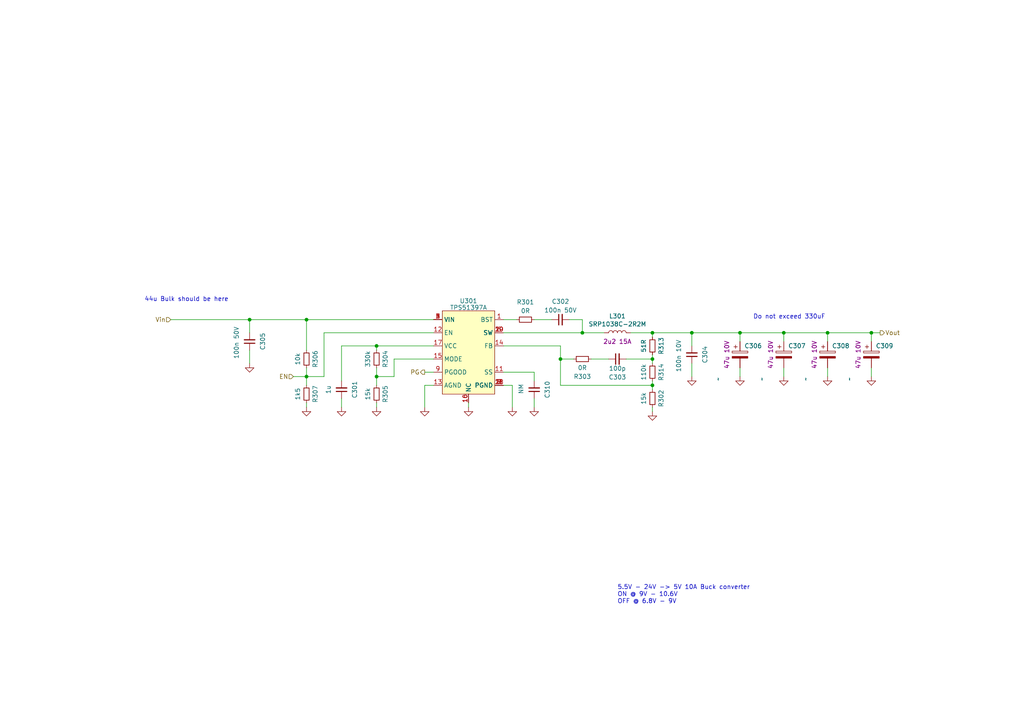
<source format=kicad_sch>
(kicad_sch (version 20230121) (generator eeschema)
  (paper "A4")
  (lib_symbols
    (symbol "Device:C_Polarized" (pin_numbers hide) (pin_names (offset 0.254))
      (property "Reference" "C" (at 0.635 2.54 0))
      (property "Value" "C_Polarized" (at 0.635 -2.54 0))
      (symbol "C_Polarized_0_1"
        (rectangle (start -2.286 0.508) (end 2.286 1.016))
        (polyline (pts (xy -1.778 2.286) (xy -0.762 2.286)))
        (polyline (pts (xy -1.27 2.794) (xy -1.27 1.778)))
        (rectangle (start 2.286 -0.508) (end -2.286 -1.016) (fill (type outline)))
      )
      (symbol "C_Polarized_1_1"
        (pin passive line (at 0 3.81 270) (length 2.794) (name "~") (number "1"))
        (pin passive line (at 0 -3.81 90) (length 2.794) (name "~") (number "2"))
      )
    )
    (symbol "Device:C_Small" (pin_numbers hide) (pin_names (offset 0.254) hide)
      (property "Reference" "C" (at 0.254 1.778 0))
      (property "Value" "C_Small" (at 0.254 -2.032 0))
      (symbol "C_Small_0_1"
        (polyline (pts (xy -1.524 -0.508) (xy 1.524 -0.508)) (stroke (width 0.3302)))
        (polyline (pts (xy -1.524 0.508) (xy 1.524 0.508)) (stroke (width 0.3048)))
      )
      (symbol "C_Small_1_1"
        (pin passive line (at 0 2.54 270) (length 2.032) (name "~") (number "1"))
        (pin passive line (at 0 -2.54 90) (length 2.032) (name "~") (number "2"))
      )
    )
    (symbol "Device:L" (pin_numbers hide) (pin_names (offset 1.016) hide)
      (property "Reference" "L" (at -1.27 0 90))
      (property "Value" "L" (at 1.905 0 90))
      (symbol "L_0_1"
        (arc (start 0 -2.54) (mid 0.6323 -1.905) (end 0 -1.27))
        (arc (start 0 -1.27) (mid 0.6323 -0.635) (end 0 0))
        (arc (start 0 0) (mid 0.6323 0.635) (end 0 1.27))
        (arc (start 0 1.27) (mid 0.6323 1.905) (end 0 2.54))
      )
      (symbol "L_1_1"
        (pin passive line (at 0 3.81 270) (length 1.27) (name "1") (number "1"))
        (pin passive line (at 0 -3.81 90) (length 1.27) (name "2") (number "2"))
      )
    )
    (symbol "Device:R_Small" (pin_numbers hide) (pin_names (offset 0.254) hide)
      (property "Reference" "R" (at 0.762 0.508 0))
      (property "Value" "R_Small" (at 0.762 -1.016 0))
      (symbol "R_Small_0_1"
        (rectangle (start -0.762 1.778) (end 0.762 -1.778) (stroke (width 0.2032)))
      )
      (symbol "R_Small_1_1"
        (pin passive line (at 0 2.54 270) (length 0.762) (name "~") (number "1"))
        (pin passive line (at 0 -2.54 90) (length 0.762) (name "~") (number "2"))
      )
    )
    (symbol "open-psu:TPS51397A"
      (property "Reference" "U301" (at 0 2.8829 0))
      (property "Value" "TPS51397A" (at 0 0.9619 0))
      (symbol "TPS51397A_1_1"
        (rectangle (start -7.62 0) (end 7.62 -24.13) (fill (type background)))
        (pin output line (at 10.16 -2.54 180) (length 2.54) (name "BST") (number "1"))
        (pin passive line (at 0 -26.67 90) (length 2.54) (name "NC") (number "10"))
        (pin output line (at 10.16 -17.78 180) (length 2.54) (name "SS") (number "11"))
        (pin input line (at -10.16 -6.35 0) (length 2.54) (name "EN") (number "12"))
        (pin power_in line (at -10.16 -21.59 0) (length 2.54) (name "AGND") (number "13"))
        (pin input line (at 10.16 -10.16 180) (length 2.54) (name "FB") (number "14"))
        (pin input line (at -10.16 -13.97 0) (length 2.54) (name "MODE") (number "15"))
        (pin passive line (at 0 -26.67 90) (length 2.54) (name "NC") (number "16"))
        (pin power_out line (at -10.16 -10.16 0) (length 2.54) (name "VCC") (number "17"))
        (pin power_in line (at 10.16 -21.59 180) (length 2.54) (name "PGND") (number "18"))
        (pin power_out line (at 10.16 -6.35 180) (length 2.54) (name "SW") (number "19"))
        (pin power_in line (at -10.16 -2.54 0) (length 2.54) (name "VIN") (number "2"))
        (pin power_out line (at 10.16 -6.35 180) (length 2.54) (name "SW") (number "20"))
        (pin power_in line (at 10.16 -21.59 180) (length 2.54) (name "PGND") (number "21"))
        (pin power_in line (at -10.16 -2.54 0) (length 2.54) (name "VIN") (number "3"))
        (pin power_in line (at -10.16 -2.54 0) (length 2.54) (name "VIN") (number "4"))
        (pin power_in line (at -10.16 -2.54 0) (length 2.54) (name "VIN") (number "5"))
        (pin power_out line (at 10.16 -6.35 180) (length 2.54) (name "SW") (number "6"))
        (pin power_in line (at 10.16 -21.59 180) (length 2.54) (name "PGND") (number "7"))
        (pin power_in line (at 10.16 -21.59 180) (length 2.54) (name "PGND") (number "8"))
        (pin output line (at -10.16 -17.78 0) (length 2.54) (name "PGOOD") (number "9"))
      )
    )
    (symbol "power:GND" (power) (pin_names (offset 0))
      (property "Value" "GND" (at 0 -3.81 0))
      (symbol "GND_0_1"
        (polyline (pts (xy 0 0) (xy 0 -1.27) (xy 1.27 -1.27) (xy 0 -2.54) (xy -1.27 -1.27) (xy 0 -1.27)))
      )
      (symbol "GND_1_1"
        (pin power_in line (at 0 0 270) (length 0) hide (name "GND") (number "1"))
      )
    )
  )
  (junction (at 168.91 96.52))
  (junction (at 240.03 96.52))
  (junction (at 189.23 104.14))
  (junction (at 227.33 96.52))
  (junction (at 109.22 100.33))
  (junction (at 189.23 96.52))
  (junction (at 252.73 96.52))
  (junction (at 88.9 109.22))
  (junction (at 109.22 109.22))
  (junction (at 88.9 92.71))
  (junction (at 189.23 111.76))
  (junction (at 214.63 96.52))
  (junction (at 72.39 92.71))
  (junction (at 162.56 104.14))
  (junction (at 200.66 96.52))
  (wire (pts (xy 93.98 96.52) (xy 93.98 109.22)))
  (wire (pts (xy 93.98 109.22) (xy 88.9 109.22)))
  (wire (pts (xy 99.06 100.33) (xy 99.06 110.49)))
  (wire (pts (xy 189.23 110.49) (xy 189.23 111.76)))
  (wire (pts (xy 227.33 96.52) (xy 240.03 96.52)))
  (wire (pts (xy 214.63 109.22) (xy 214.63 106.68)))
  (wire (pts (xy 171.45 104.14) (xy 176.53 104.14)))
  (wire (pts (xy 99.06 115.57) (xy 99.06 118.11)))
  (wire (pts (xy 189.23 96.52) (xy 200.66 96.52)))
  (wire (pts (xy 125.73 104.14) (xy 114.3 104.14)))
  (wire (pts (xy 109.22 100.33) (xy 99.06 100.33)))
  (wire (pts (xy 109.22 106.68) (xy 109.22 109.22)))
  (wire (pts (xy 154.94 107.95) (xy 154.94 110.49)))
  (wire (pts (xy 214.63 96.52) (xy 227.33 96.52)))
  (wire (pts (xy 88.9 106.68) (xy 88.9 109.22)))
  (wire (pts (xy 114.3 109.22) (xy 109.22 109.22)))
  (wire (pts (xy 85.09 109.22) (xy 88.9 109.22)))
  (wire (pts (xy 240.03 99.06) (xy 240.03 96.52)))
  (wire (pts (xy 72.39 92.71) (xy 88.9 92.71)))
  (wire (pts (xy 189.23 111.76) (xy 189.23 113.03)))
  (wire (pts (xy 189.23 104.14) (xy 189.23 105.41)))
  (wire (pts (xy 162.56 104.14) (xy 162.56 100.33)))
  (wire (pts (xy 166.37 104.14) (xy 162.56 104.14)))
  (wire (pts (xy 189.23 111.76) (xy 162.56 111.76)))
  (wire (pts (xy 168.91 92.71) (xy 165.1 92.71)))
  (wire (pts (xy 125.73 96.52) (xy 93.98 96.52)))
  (wire (pts (xy 200.66 96.52) (xy 200.66 100.33)))
  (wire (pts (xy 135.89 116.84) (xy 135.89 118.11)))
  (wire (pts (xy 146.05 96.52) (xy 168.91 96.52)))
  (wire (pts (xy 162.56 111.76) (xy 162.56 104.14)))
  (wire (pts (xy 123.19 107.95) (xy 125.73 107.95)))
  (wire (pts (xy 109.22 109.22) (xy 109.22 111.76)))
  (wire (pts (xy 252.73 109.22) (xy 252.73 106.68)))
  (wire (pts (xy 154.94 92.71) (xy 160.02 92.71)))
  (wire (pts (xy 146.05 92.71) (xy 149.86 92.71)))
  (wire (pts (xy 109.22 116.84) (xy 109.22 118.11)))
  (wire (pts (xy 114.3 104.14) (xy 114.3 109.22)))
  (wire (pts (xy 240.03 96.52) (xy 252.73 96.52)))
  (wire (pts (xy 146.05 100.33) (xy 162.56 100.33)))
  (wire (pts (xy 189.23 102.87) (xy 189.23 104.14)))
  (wire (pts (xy 168.91 96.52) (xy 168.91 92.71)))
  (wire (pts (xy 181.61 104.14) (xy 189.23 104.14)))
  (wire (pts (xy 72.39 92.71) (xy 72.39 96.52)))
  (wire (pts (xy 214.63 99.06) (xy 214.63 96.52)))
  (wire (pts (xy 154.94 115.57) (xy 154.94 118.11)))
  (wire (pts (xy 252.73 99.06) (xy 252.73 96.52)))
  (wire (pts (xy 146.05 107.95) (xy 154.94 107.95)))
  (wire (pts (xy 72.39 101.6) (xy 72.39 105.41)))
  (wire (pts (xy 109.22 100.33) (xy 109.22 101.6)))
  (wire (pts (xy 148.59 111.76) (xy 148.59 118.11)))
  (wire (pts (xy 189.23 118.11) (xy 189.23 119.38)))
  (wire (pts (xy 200.66 96.52) (xy 214.63 96.52)))
  (wire (pts (xy 189.23 97.79) (xy 189.23 96.52)))
  (wire (pts (xy 49.53 92.71) (xy 72.39 92.71)))
  (wire (pts (xy 227.33 109.22) (xy 227.33 106.68)))
  (wire (pts (xy 252.73 96.52) (xy 255.27 96.52)))
  (wire (pts (xy 88.9 92.71) (xy 125.73 92.71)))
  (wire (pts (xy 168.91 96.52) (xy 175.26 96.52)))
  (wire (pts (xy 123.19 111.76) (xy 123.19 118.11)))
  (wire (pts (xy 88.9 109.22) (xy 88.9 111.76)))
  (wire (pts (xy 227.33 99.06) (xy 227.33 96.52)))
  (wire (pts (xy 200.66 105.41) (xy 200.66 109.22)))
  (wire (pts (xy 125.73 100.33) (xy 109.22 100.33)))
  (wire (pts (xy 88.9 116.84) (xy 88.9 118.11)))
  (wire (pts (xy 146.05 111.76) (xy 148.59 111.76)))
  (wire (pts (xy 240.03 109.22) (xy 240.03 106.68)))
  (wire (pts (xy 125.73 111.76) (xy 123.19 111.76)))
  (wire (pts (xy 88.9 92.71) (xy 88.9 101.6)))
  (wire (pts (xy 182.88 96.52) (xy 189.23 96.52)))
  (text "5.5V - 24V -> 5V 10A Buck converter\nON @ 9V - 10.6V\nOFF @ 6.8V - 9V" (at 179.07 175.26 0) (effects (font (size 1.27 1.27)) (justify left bottom)))
  (text "Do not exceed 330uF" (at 218.44 92.71 0) (effects (font (size 1.27 1.27)) (justify left bottom)))
  (text "44u Bulk should be here" (at 41.91 87.63 0) (effects (font (size 1.27 1.27)) (justify left bottom)))
  (hierarchical_label "Vin" (shape input) (at 49.53 92.71 180))
  (hierarchical_label "Vout" (shape output) (at 255.27 96.52 0))
  (hierarchical_label "EN" (shape input) (at 85.09 109.22 180))
  (hierarchical_label "PG" (shape output) (at 123.19 107.95 180))
  (symbol (lib_id "Device:R_Small") (at 189.23 115.57 180) (unit 1)
    (property "Reference" "R302" (at 191.77 115.57 90))
    (property "Value" "15k" (at 186.69 115.57 90))
    (property "Footprint" "Resistor_SMD:R_0603_1608Metric" (effects hide))
  )
  (symbol (lib_id "Device:R_Small") (at 109.22 114.3 180) (unit 1)
    (property "Reference" "R305" (at 111.76 114.3 90))
    (property "Value" "15k" (at 106.68 114.3 90))
    (property "Footprint" "Resistor_SMD:R_0603_1608Metric" (effects hide))
  )
  (symbol (lib_id "Device:C_Small") (at 72.39 99.06 180) (unit 1)
    (property "Reference" "C305" (at 76.2 101.6 90) (effects (justify right)))
    (property "Value" "100n 50V" (at 68.58 104.14 90) (effects (justify right)))
    (property "Footprint" "Capacitor_SMD:C_0603_1608Metric" (effects hide))
  )
  (symbol (lib_id "Device:C_Small") (at 200.66 102.87 180) (unit 1)
    (property "Reference" "C304" (at 204.47 105.41 90) (effects (justify right)))
    (property "Value" "100n 10V" (at 196.85 107.95 90) (effects (justify right)))
    (property "Footprint" "Capacitor_SMD:C_0603_1608Metric" (effects hide))
  )
  (symbol (lib_id "power:GND") (at 148.59 118.11 0) (unit 1)
    (property "Reference" "#PWR0301" (effects hide))
    (property "Value" "GND" (effects hide))
  )
  (symbol (lib_id "power:GND") (at 154.94 118.11 0) (unit 1)
    (property "Reference" "#PWR0313" (effects hide))
    (property "Value" "GND" (effects hide))
  )
  (symbol (lib_id "Device:C_Small") (at 99.06 113.03 180) (unit 1)
    (property "Reference" "C301" (at 102.87 115.57 90) (effects (justify right)))
    (property "Value" "1u" (at 95.25 114.3 90) (effects (justify right)))
    (property "Footprint" "Capacitor_SMD:C_0603_1608Metric" (effects hide))
  )
  (symbol (lib_id "power:GND") (at 109.22 118.11 0) (unit 1)
    (property "Reference" "#PWR0312" (effects hide))
    (property "Value" "GND" (effects hide))
  )
  (symbol (lib_id "Device:R_Small") (at 109.22 104.14 180) (unit 1)
    (property "Reference" "R304" (at 111.76 104.14 90))
    (property "Value" "330k" (at 106.68 104.14 90))
    (property "Footprint" "Resistor_SMD:R_0603_1608Metric" (effects hide))
  )
  (symbol (lib_id "Device:C_Small") (at 179.07 104.14 90) (mirror x) (unit 1)
    (property "Reference" "C303" (at 179.0763 109.4019 90))
    (property "Value" "100p" (at 179.0763 106.865 90))
    (property "Footprint" "Capacitor_SMD:C_0603_1608Metric" (effects hide))
  )
  (symbol (lib_id "Device:L") (at 179.07 96.52 90) (unit 1)
    (property "Reference" "L301" (at 179.07 91.694 90))
    (property "Value" "SRP1038C-2R2M" (at 179.07 94.0054 90))
    (property "Footprint" "Inductor_SMD:L_Bourns_SRP1038C_10.0x10.0mm" (effects hide))
    (property "Datasheet" "https://www.mouser.pl/datasheet/2/54/bourns_06072019_SRP1038C_datasheet-1601316.pdf" (effects hide))
    (property "Comment" "2u2 15A" (at 179.07 99.06 90))
  )
  (symbol (lib_id "Device:R_Small") (at 189.23 100.33 180) (unit 1)
    (property "Reference" "R313" (at 191.77 100.33 90))
    (property "Value" "51R" (at 186.69 100.33 90))
    (property "Footprint" "Resistor_SMD:R_0603_1608Metric" (effects hide))
  )
  (symbol (lib_id "Device:R_Small") (at 88.9 114.3 180) (unit 1)
    (property "Reference" "R307" (at 91.44 114.3 90))
    (property "Value" "1k5" (at 86.36 114.3 90))
    (property "Footprint" "Resistor_SMD:R_0603_1608Metric" (effects hide))
  )
  (symbol (lib_id "Device:R_Small") (at 88.9 104.14 180) (unit 1)
    (property "Reference" "R306" (at 91.44 104.14 90))
    (property "Value" "10k" (at 86.36 104.14 90))
    (property "Footprint" "Resistor_SMD:R_0603_1608Metric" (effects hide))
  )
  (symbol (lib_id "Device:C_Small") (at 162.56 92.71 90) (unit 1)
    (property "Reference" "C302" (at 162.5663 87.4481 90))
    (property "Value" "100n 50V" (at 162.5663 89.985 90))
    (property "Footprint" "Capacitor_SMD:C_0603_1608Metric" (effects hide))
  )
  (symbol (lib_id "Device:R_Small") (at 152.4 92.71 90) (unit 1)
    (property "Reference" "R301" (at 152.4 87.63 90))
    (property "Value" "0R" (at 152.4 90.17 90))
    (property "Footprint" "Resistor_SMD:R_0603_1608Metric" (effects hide))
  )
  (symbol (lib_id "open-psu:TPS51397A") (at 135.89 90.17 0) (unit 1)
    (property "Reference" "U301" (at 135.89 87.2871 0))
    (property "Value" "TPS51397A" (at 135.89 89.2081 0))
    (property "Footprint" "open-psu:Texas-VQFN-HR-20_EP_3x3_Pitch0.45mm" (effects hide))
    (property "Datasheet" "https://www.ti.com/lit/ds/symlink/tps51397a.pdf" (effects hide))
  )
  (symbol (lib_id "Device:C_Polarized") (at 240.03 102.87 0) (unit 1)
    (property "Reference" "C308" (at 241.3 100.33 0) (effects (justify left)))
    (property "Value" "~" (at 233.68 110.49 90) (effects (justify left)))
    (property "Footprint" "Capacitor_SMD:CP_Elec_6.3x5.7" (effects hide))
    (property "Datasheet" "https://www.mouser.pl/datasheet/2/445/865080243008-3100375.pdf" (effects hide))
    (property "Field4" "47u 10V" (at 236.22 102.87 90))
  )
  (symbol (lib_id "power:GND") (at 214.63 109.22 0) (unit 1)
    (property "Reference" "#PWR0308" (effects hide))
    (property "Value" "GND" (effects hide))
  )
  (symbol (lib_id "Device:C_Small") (at 154.94 113.03 180) (unit 1)
    (property "Reference" "C310" (at 158.75 115.57 90) (effects (justify right)))
    (property "Value" "NM" (at 151.13 114.3 90) (effects (justify right)))
    (property "Footprint" "Capacitor_SMD:C_0603_1608Metric" (effects hide))
  )
  (symbol (lib_id "power:GND") (at 99.06 118.11 0) (unit 1)
    (property "Reference" "#PWR0304" (effects hide))
    (property "Value" "GND" (effects hide))
  )
  (symbol (lib_id "Device:C_Polarized") (at 252.73 102.87 0) (unit 1)
    (property "Reference" "C309" (at 254 100.33 0) (effects (justify left)))
    (property "Value" "~" (at 246.38 110.49 90) (effects (justify left)))
    (property "Footprint" "Capacitor_SMD:CP_Elec_6.3x5.7" (effects hide))
    (property "Datasheet" "https://www.mouser.pl/datasheet/2/445/865080243008-3100375.pdf" (effects hide))
    (property "Field4" "47u 10V" (at 248.92 102.87 90))
  )
  (symbol (lib_id "Device:R_Small") (at 168.91 104.14 90) (mirror x) (unit 1)
    (property "Reference" "R303" (at 168.91 109.22 90))
    (property "Value" "0R" (at 168.91 106.68 90))
    (property "Footprint" "Resistor_SMD:R_0603_1608Metric" (effects hide))
  )
  (symbol (lib_id "power:GND") (at 189.23 119.38 0) (unit 1)
    (property "Reference" "#PWR0305" (effects hide))
    (property "Value" "GND" (effects hide))
  )
  (symbol (lib_id "power:GND") (at 135.89 118.11 0) (unit 1)
    (property "Reference" "#PWR0303" (effects hide))
    (property "Value" "GND" (effects hide))
  )
  (symbol (lib_id "Device:C_Polarized") (at 214.63 102.87 0) (unit 1)
    (property "Reference" "C306" (at 215.9 100.33 0) (effects (justify left)))
    (property "Value" "~" (at 208.28 110.49 90) (effects (justify left)))
    (property "Footprint" "Capacitor_SMD:CP_Elec_6.3x5.7" (effects hide))
    (property "Datasheet" "https://www.mouser.pl/datasheet/2/445/865080243008-3100375.pdf" (effects hide))
    (property "Field4" "47u 10V" (at 210.82 102.87 90))
  )
  (symbol (lib_id "Device:C_Polarized") (at 227.33 102.87 0) (unit 1)
    (property "Reference" "C307" (at 228.6 100.33 0) (effects (justify left)))
    (property "Value" "~" (at 220.98 110.49 90) (effects (justify left)))
    (property "Footprint" "Capacitor_SMD:CP_Elec_6.3x5.7" (effects hide))
    (property "Datasheet" "https://www.mouser.pl/datasheet/2/445/865080243008-3100375.pdf" (effects hide))
    (property "Field4" "47u 10V" (at 223.52 102.87 90))
  )
  (symbol (lib_id "Device:R_Small") (at 189.23 107.95 180) (unit 1)
    (property "Reference" "R314" (at 191.77 107.95 90))
    (property "Value" "110k" (at 186.69 107.95 90))
    (property "Footprint" "Resistor_SMD:R_0603_1608Metric" (effects hide))
  )
  (symbol (lib_id "power:GND") (at 88.9 118.11 0) (unit 1)
    (property "Reference" "#PWR0314" (effects hide))
    (property "Value" "GND" (effects hide))
  )
  (symbol (lib_id "power:GND") (at 200.66 109.22 0) (unit 1)
    (property "Reference" "#PWR0306" (effects hide))
    (property "Value" "GND" (effects hide))
  )
  (symbol (lib_id "power:GND") (at 252.73 109.22 0) (unit 1)
    (property "Reference" "#PWR0311" (effects hide))
    (property "Value" "GND" (effects hide))
  )
  (symbol (lib_id "power:GND") (at 123.19 118.11 0) (unit 1)
    (property "Reference" "#PWR0302" (effects hide))
    (property "Value" "GND" (effects hide))
  )
  (symbol (lib_id "power:GND") (at 72.39 105.41 0) (unit 1)
    (property "Reference" "#PWR0307" (effects hide))
    (property "Value" "GND" (effects hide))
  )
  (symbol (lib_id "power:GND") (at 240.03 109.22 0) (unit 1)
    (property "Reference" "#PWR0310" (effects hide))
    (property "Value" "GND" (effects hide))
  )
  (symbol (lib_id "power:GND") (at 227.33 109.22 0) (unit 1)
    (property "Reference" "#PWR0309" (effects hide))
    (property "Value" "GND" (effects hide))
  )
)
</source>
